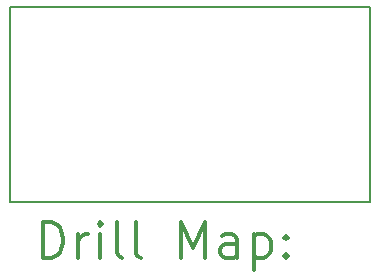
<source format=gbr>
%FSLAX45Y45*%
G04 Gerber Fmt 4.5, Leading zero omitted, Abs format (unit mm)*
G04 Created by KiCad (PCBNEW (5.1.5)-3) date 2019-12-28 17:54:20*
%MOMM*%
%LPD*%
G04 APERTURE LIST*
%TA.AperFunction,Profile*%
%ADD10C,0.150000*%
%TD*%
%ADD11C,0.200000*%
%ADD12C,0.300000*%
G04 APERTURE END LIST*
D10*
X13525500Y-7429500D02*
X13525500Y-9080500D01*
X16573500Y-7429500D02*
X13525500Y-7429500D01*
X16573500Y-9080500D02*
X16573500Y-7429500D01*
X13525500Y-9080500D02*
X16573500Y-9080500D01*
D11*
D12*
X13804428Y-9553714D02*
X13804428Y-9253714D01*
X13875857Y-9253714D01*
X13918714Y-9268000D01*
X13947286Y-9296572D01*
X13961571Y-9325143D01*
X13975857Y-9382286D01*
X13975857Y-9425143D01*
X13961571Y-9482286D01*
X13947286Y-9510857D01*
X13918714Y-9539429D01*
X13875857Y-9553714D01*
X13804428Y-9553714D01*
X14104428Y-9553714D02*
X14104428Y-9353714D01*
X14104428Y-9410857D02*
X14118714Y-9382286D01*
X14133000Y-9368000D01*
X14161571Y-9353714D01*
X14190143Y-9353714D01*
X14290143Y-9553714D02*
X14290143Y-9353714D01*
X14290143Y-9253714D02*
X14275857Y-9268000D01*
X14290143Y-9282286D01*
X14304428Y-9268000D01*
X14290143Y-9253714D01*
X14290143Y-9282286D01*
X14475857Y-9553714D02*
X14447286Y-9539429D01*
X14433000Y-9510857D01*
X14433000Y-9253714D01*
X14633000Y-9553714D02*
X14604428Y-9539429D01*
X14590143Y-9510857D01*
X14590143Y-9253714D01*
X14975857Y-9553714D02*
X14975857Y-9253714D01*
X15075857Y-9468000D01*
X15175857Y-9253714D01*
X15175857Y-9553714D01*
X15447286Y-9553714D02*
X15447286Y-9396572D01*
X15433000Y-9368000D01*
X15404428Y-9353714D01*
X15347286Y-9353714D01*
X15318714Y-9368000D01*
X15447286Y-9539429D02*
X15418714Y-9553714D01*
X15347286Y-9553714D01*
X15318714Y-9539429D01*
X15304428Y-9510857D01*
X15304428Y-9482286D01*
X15318714Y-9453714D01*
X15347286Y-9439429D01*
X15418714Y-9439429D01*
X15447286Y-9425143D01*
X15590143Y-9353714D02*
X15590143Y-9653714D01*
X15590143Y-9368000D02*
X15618714Y-9353714D01*
X15675857Y-9353714D01*
X15704428Y-9368000D01*
X15718714Y-9382286D01*
X15733000Y-9410857D01*
X15733000Y-9496572D01*
X15718714Y-9525143D01*
X15704428Y-9539429D01*
X15675857Y-9553714D01*
X15618714Y-9553714D01*
X15590143Y-9539429D01*
X15861571Y-9525143D02*
X15875857Y-9539429D01*
X15861571Y-9553714D01*
X15847286Y-9539429D01*
X15861571Y-9525143D01*
X15861571Y-9553714D01*
X15861571Y-9368000D02*
X15875857Y-9382286D01*
X15861571Y-9396572D01*
X15847286Y-9382286D01*
X15861571Y-9368000D01*
X15861571Y-9396572D01*
M02*

</source>
